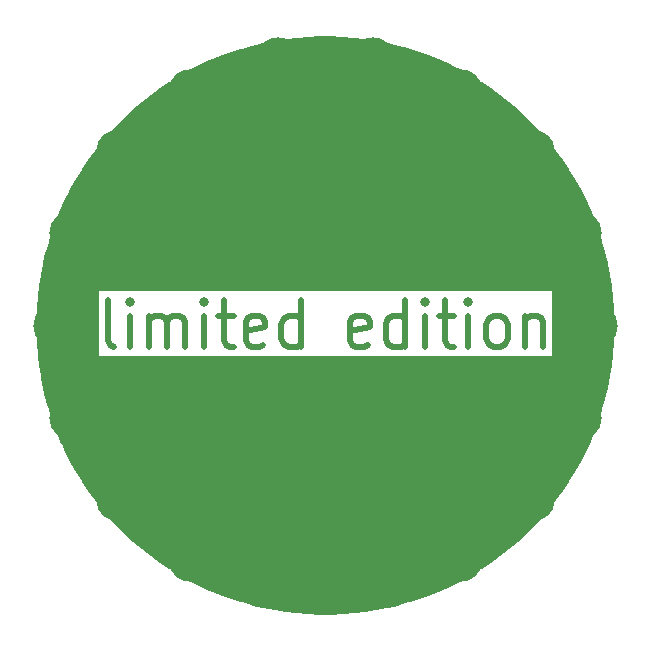
<source format=gtl>
%TF.GenerationSoftware,KiCad,Pcbnew,9.0.0*%
%TF.CreationDate,2025-02-26T13:26:55-06:00*%
%TF.ProjectId,obverse,6f627665-7273-4652-9e6b-696361645f70,rev?*%
%TF.SameCoordinates,Original*%
%TF.FileFunction,Copper,L1,Top*%
%TF.FilePolarity,Positive*%
%FSLAX46Y46*%
G04 Gerber Fmt 4.6, Leading zero omitted, Abs format (unit mm)*
G04 Created by KiCad (PCBNEW 9.0.0) date 2025-02-26 13:26:55*
%MOMM*%
%LPD*%
G01*
G04 APERTURE LIST*
%ADD10C,0.500000*%
%TA.AperFunction,NonConductor*%
%ADD11C,0.500000*%
%TD*%
%TA.AperFunction,ComponentPad*%
%ADD12C,3.500000*%
%TD*%
%TA.AperFunction,ComponentPad*%
%ADD13C,1.600000*%
%TD*%
G04 APERTURE END LIST*
D10*
D11*
X132083332Y-51824476D02*
X131749999Y-51634000D01*
X131749999Y-51634000D02*
X131583332Y-51253047D01*
X131583332Y-51253047D02*
X131583332Y-47824476D01*
X133416665Y-51824476D02*
X133416665Y-49157809D01*
X133416665Y-47824476D02*
X133249998Y-48014952D01*
X133249998Y-48014952D02*
X133416665Y-48205428D01*
X133416665Y-48205428D02*
X133583332Y-48014952D01*
X133583332Y-48014952D02*
X133416665Y-47824476D01*
X133416665Y-47824476D02*
X133416665Y-48205428D01*
X135083332Y-51824476D02*
X135083332Y-49157809D01*
X135083332Y-49538761D02*
X135249999Y-49348285D01*
X135249999Y-49348285D02*
X135583332Y-49157809D01*
X135583332Y-49157809D02*
X136083332Y-49157809D01*
X136083332Y-49157809D02*
X136416665Y-49348285D01*
X136416665Y-49348285D02*
X136583332Y-49729238D01*
X136583332Y-49729238D02*
X136583332Y-51824476D01*
X136583332Y-49729238D02*
X136749999Y-49348285D01*
X136749999Y-49348285D02*
X137083332Y-49157809D01*
X137083332Y-49157809D02*
X137583332Y-49157809D01*
X137583332Y-49157809D02*
X137916665Y-49348285D01*
X137916665Y-49348285D02*
X138083332Y-49729238D01*
X138083332Y-49729238D02*
X138083332Y-51824476D01*
X139749999Y-51824476D02*
X139749999Y-49157809D01*
X139749999Y-47824476D02*
X139583332Y-48014952D01*
X139583332Y-48014952D02*
X139749999Y-48205428D01*
X139749999Y-48205428D02*
X139916666Y-48014952D01*
X139916666Y-48014952D02*
X139749999Y-47824476D01*
X139749999Y-47824476D02*
X139749999Y-48205428D01*
X140916666Y-49157809D02*
X142249999Y-49157809D01*
X141416666Y-47824476D02*
X141416666Y-51253047D01*
X141416666Y-51253047D02*
X141583333Y-51634000D01*
X141583333Y-51634000D02*
X141916666Y-51824476D01*
X141916666Y-51824476D02*
X142249999Y-51824476D01*
X144749999Y-51634000D02*
X144416666Y-51824476D01*
X144416666Y-51824476D02*
X143749999Y-51824476D01*
X143749999Y-51824476D02*
X143416666Y-51634000D01*
X143416666Y-51634000D02*
X143249999Y-51253047D01*
X143249999Y-51253047D02*
X143249999Y-49729238D01*
X143249999Y-49729238D02*
X143416666Y-49348285D01*
X143416666Y-49348285D02*
X143749999Y-49157809D01*
X143749999Y-49157809D02*
X144416666Y-49157809D01*
X144416666Y-49157809D02*
X144749999Y-49348285D01*
X144749999Y-49348285D02*
X144916666Y-49729238D01*
X144916666Y-49729238D02*
X144916666Y-50110190D01*
X144916666Y-50110190D02*
X143249999Y-50491142D01*
X147916666Y-51824476D02*
X147916666Y-47824476D01*
X147916666Y-51634000D02*
X147583333Y-51824476D01*
X147583333Y-51824476D02*
X146916666Y-51824476D01*
X146916666Y-51824476D02*
X146583333Y-51634000D01*
X146583333Y-51634000D02*
X146416666Y-51443523D01*
X146416666Y-51443523D02*
X146249999Y-51062571D01*
X146249999Y-51062571D02*
X146249999Y-49919714D01*
X146249999Y-49919714D02*
X146416666Y-49538761D01*
X146416666Y-49538761D02*
X146583333Y-49348285D01*
X146583333Y-49348285D02*
X146916666Y-49157809D01*
X146916666Y-49157809D02*
X147583333Y-49157809D01*
X147583333Y-49157809D02*
X147916666Y-49348285D01*
X153583333Y-51634000D02*
X153250000Y-51824476D01*
X153250000Y-51824476D02*
X152583333Y-51824476D01*
X152583333Y-51824476D02*
X152250000Y-51634000D01*
X152250000Y-51634000D02*
X152083333Y-51253047D01*
X152083333Y-51253047D02*
X152083333Y-49729238D01*
X152083333Y-49729238D02*
X152250000Y-49348285D01*
X152250000Y-49348285D02*
X152583333Y-49157809D01*
X152583333Y-49157809D02*
X153250000Y-49157809D01*
X153250000Y-49157809D02*
X153583333Y-49348285D01*
X153583333Y-49348285D02*
X153750000Y-49729238D01*
X153750000Y-49729238D02*
X153750000Y-50110190D01*
X153750000Y-50110190D02*
X152083333Y-50491142D01*
X156750000Y-51824476D02*
X156750000Y-47824476D01*
X156750000Y-51634000D02*
X156416667Y-51824476D01*
X156416667Y-51824476D02*
X155750000Y-51824476D01*
X155750000Y-51824476D02*
X155416667Y-51634000D01*
X155416667Y-51634000D02*
X155250000Y-51443523D01*
X155250000Y-51443523D02*
X155083333Y-51062571D01*
X155083333Y-51062571D02*
X155083333Y-49919714D01*
X155083333Y-49919714D02*
X155250000Y-49538761D01*
X155250000Y-49538761D02*
X155416667Y-49348285D01*
X155416667Y-49348285D02*
X155750000Y-49157809D01*
X155750000Y-49157809D02*
X156416667Y-49157809D01*
X156416667Y-49157809D02*
X156750000Y-49348285D01*
X158416667Y-51824476D02*
X158416667Y-49157809D01*
X158416667Y-47824476D02*
X158250000Y-48014952D01*
X158250000Y-48014952D02*
X158416667Y-48205428D01*
X158416667Y-48205428D02*
X158583334Y-48014952D01*
X158583334Y-48014952D02*
X158416667Y-47824476D01*
X158416667Y-47824476D02*
X158416667Y-48205428D01*
X159583334Y-49157809D02*
X160916667Y-49157809D01*
X160083334Y-47824476D02*
X160083334Y-51253047D01*
X160083334Y-51253047D02*
X160250001Y-51634000D01*
X160250001Y-51634000D02*
X160583334Y-51824476D01*
X160583334Y-51824476D02*
X160916667Y-51824476D01*
X162083334Y-51824476D02*
X162083334Y-49157809D01*
X162083334Y-47824476D02*
X161916667Y-48014952D01*
X161916667Y-48014952D02*
X162083334Y-48205428D01*
X162083334Y-48205428D02*
X162250001Y-48014952D01*
X162250001Y-48014952D02*
X162083334Y-47824476D01*
X162083334Y-47824476D02*
X162083334Y-48205428D01*
X164250001Y-51824476D02*
X163916668Y-51634000D01*
X163916668Y-51634000D02*
X163750001Y-51443523D01*
X163750001Y-51443523D02*
X163583334Y-51062571D01*
X163583334Y-51062571D02*
X163583334Y-49919714D01*
X163583334Y-49919714D02*
X163750001Y-49538761D01*
X163750001Y-49538761D02*
X163916668Y-49348285D01*
X163916668Y-49348285D02*
X164250001Y-49157809D01*
X164250001Y-49157809D02*
X164750001Y-49157809D01*
X164750001Y-49157809D02*
X165083334Y-49348285D01*
X165083334Y-49348285D02*
X165250001Y-49538761D01*
X165250001Y-49538761D02*
X165416668Y-49919714D01*
X165416668Y-49919714D02*
X165416668Y-51062571D01*
X165416668Y-51062571D02*
X165250001Y-51443523D01*
X165250001Y-51443523D02*
X165083334Y-51634000D01*
X165083334Y-51634000D02*
X164750001Y-51824476D01*
X164750001Y-51824476D02*
X164250001Y-51824476D01*
X166916668Y-49157809D02*
X166916668Y-51824476D01*
X166916668Y-49538761D02*
X167083335Y-49348285D01*
X167083335Y-49348285D02*
X167416668Y-49157809D01*
X167416668Y-49157809D02*
X167916668Y-49157809D01*
X167916668Y-49157809D02*
X168250001Y-49348285D01*
X168250001Y-49348285D02*
X168416668Y-49729238D01*
X168416668Y-49729238D02*
X168416668Y-51824476D01*
D12*
%TO.P,aperture-D4,1*%
%TO.N,GND*%
X127000000Y-50000000D03*
%TD*%
%TO.P,aperture-D3,1*%
%TO.N,GND*%
X128387000Y-57866000D03*
%TD*%
%TO.P,aperture-D15,1*%
%TO.N,GND*%
X167619000Y-64784000D03*
%TD*%
D13*
%TO.P,align-o2,1*%
%TO.N,GND*%
X172200000Y-52400000D03*
%TD*%
D12*
%TO.P,aperture-D11,1*%
%TO.N,GND*%
X167619000Y-35215900D03*
%TD*%
%TO.P,aperture-D8,1*%
%TO.N,GND*%
X146006000Y-27349400D03*
%TD*%
%TO.P,aperture-D16,1*%
%TO.N,GND*%
X161500000Y-69919000D03*
%TD*%
%TO.P,aperture-D5,1*%
%TO.N,GND*%
X128387000Y-42133500D03*
%TD*%
%TO.P,aperture-D7,1*%
%TO.N,GND*%
X138500000Y-30081400D03*
%TD*%
%TO.P,aperture-D13,1*%
%TO.N,GND*%
X173000000Y-50000000D03*
%TD*%
%TO.P,aperture-D14,1*%
%TO.N,GND*%
X171613000Y-57866000D03*
%TD*%
%TO.P,aperture-D12,1*%
%TO.N,GND*%
X171613000Y-42133500D03*
%TD*%
%TO.P,aperture-D6,1*%
%TO.N,GND*%
X132381000Y-35215900D03*
%TD*%
%TO.P,aperture-D2,1*%
%TO.N,GND*%
X132381000Y-64784000D03*
%TD*%
%TO.P,aperture-D9,1*%
%TO.N,GND*%
X153994000Y-27349400D03*
%TD*%
%TO.P,aperture-D10,1*%
%TO.N,GND*%
X161500000Y-30081400D03*
%TD*%
D13*
%TO.P,align-o1,1*%
%TO.N,GND*%
X127800000Y-47300000D03*
%TD*%
D12*
%TO.P,aperture-D1,1*%
%TO.N,GND*%
X138500000Y-69919000D03*
%TD*%
%TA.AperFunction,Conductor*%
%TO.N,GND*%
G36*
X150483459Y-25505319D02*
G01*
X151439889Y-25542897D01*
X151444681Y-25543179D01*
X152398977Y-25618283D01*
X152403740Y-25618752D01*
X153354385Y-25731268D01*
X153359113Y-25731922D01*
X154304537Y-25881663D01*
X154309291Y-25882512D01*
X155248086Y-26069250D01*
X155252803Y-26070284D01*
X156183589Y-26293747D01*
X156188240Y-26294961D01*
X157040011Y-26535185D01*
X157109478Y-26554777D01*
X157114137Y-26556190D01*
X158024475Y-26851976D01*
X158029024Y-26853553D01*
X158927083Y-27184865D01*
X158931590Y-27186629D01*
X159815913Y-27552928D01*
X159820329Y-27554859D01*
X160381226Y-27813436D01*
X160689597Y-27955598D01*
X160693978Y-27957723D01*
X160768318Y-27995601D01*
X161546821Y-28392268D01*
X161551104Y-28394558D01*
X162386242Y-28862258D01*
X162390443Y-28864720D01*
X163206538Y-29364824D01*
X163210639Y-29367449D01*
X164006500Y-29899226D01*
X164010494Y-29902010D01*
X164784842Y-30464607D01*
X164788725Y-30467546D01*
X165540405Y-31060122D01*
X165544169Y-31063211D01*
X166272020Y-31684855D01*
X166275630Y-31688063D01*
X166961980Y-32322518D01*
X166978508Y-32337796D01*
X166982018Y-32341171D01*
X167658828Y-33017981D01*
X167662203Y-33021491D01*
X168311923Y-33724354D01*
X168315157Y-33727993D01*
X168936788Y-34455830D01*
X168939877Y-34459594D01*
X169532453Y-35211274D01*
X169535392Y-35215157D01*
X170097989Y-35989505D01*
X170100773Y-35993499D01*
X170632550Y-36789360D01*
X170635175Y-36793461D01*
X171135279Y-37609556D01*
X171137741Y-37613757D01*
X171605441Y-38448895D01*
X171607737Y-38453189D01*
X172042276Y-39306021D01*
X172044401Y-39310402D01*
X172445130Y-40179648D01*
X172447081Y-40184109D01*
X172813364Y-41068396D01*
X172815139Y-41072930D01*
X173146437Y-41970950D01*
X173148032Y-41975551D01*
X173443809Y-42885862D01*
X173445222Y-42890521D01*
X173705030Y-43811729D01*
X173706260Y-43816441D01*
X173929710Y-44747177D01*
X173930753Y-44751933D01*
X174117483Y-45690688D01*
X174118339Y-45695481D01*
X174268073Y-46640863D01*
X174268737Y-46645657D01*
X174381240Y-47596192D01*
X174381717Y-47601038D01*
X174456818Y-48555284D01*
X174457104Y-48560145D01*
X174494681Y-49516540D01*
X174494777Y-49521408D01*
X174494777Y-50478591D01*
X174494681Y-50483459D01*
X174457104Y-51439854D01*
X174456818Y-51444715D01*
X174381717Y-52398961D01*
X174381241Y-52403791D01*
X174359888Y-52584212D01*
X174268741Y-53354313D01*
X174268073Y-53359136D01*
X174118339Y-54304518D01*
X174117483Y-54309311D01*
X173930753Y-55248066D01*
X173929710Y-55252822D01*
X173706260Y-56183558D01*
X173705030Y-56188270D01*
X173445222Y-57109478D01*
X173443809Y-57114137D01*
X173148032Y-58024448D01*
X173146437Y-58029049D01*
X172815139Y-58927069D01*
X172813364Y-58931603D01*
X172447081Y-59815890D01*
X172445130Y-59820351D01*
X172044401Y-60689597D01*
X172042276Y-60693978D01*
X171607737Y-61546810D01*
X171605441Y-61551104D01*
X171137741Y-62386242D01*
X171135279Y-62390443D01*
X170635175Y-63206538D01*
X170632550Y-63210639D01*
X170100773Y-64006500D01*
X170097989Y-64010494D01*
X169535392Y-64784842D01*
X169532453Y-64788725D01*
X168939877Y-65540405D01*
X168936788Y-65544169D01*
X168315157Y-66272006D01*
X168311923Y-66275645D01*
X167662203Y-66978508D01*
X167658828Y-66982018D01*
X166982018Y-67658828D01*
X166978508Y-67662203D01*
X166275645Y-68311923D01*
X166272006Y-68315157D01*
X165544169Y-68936788D01*
X165540405Y-68939877D01*
X164788725Y-69532453D01*
X164784842Y-69535392D01*
X164010494Y-70097989D01*
X164006500Y-70100773D01*
X163210639Y-70632550D01*
X163206538Y-70635175D01*
X162390443Y-71135279D01*
X162386242Y-71137741D01*
X161551104Y-71605441D01*
X161546810Y-71607737D01*
X160693978Y-72042276D01*
X160689597Y-72044401D01*
X159820351Y-72445130D01*
X159815890Y-72447081D01*
X158931603Y-72813364D01*
X158927069Y-72815139D01*
X158029049Y-73146437D01*
X158024448Y-73148032D01*
X157114137Y-73443809D01*
X157109478Y-73445222D01*
X156188270Y-73705030D01*
X156183558Y-73706260D01*
X155252822Y-73929710D01*
X155248066Y-73930753D01*
X154309311Y-74117483D01*
X154304518Y-74118339D01*
X153359136Y-74268073D01*
X153354335Y-74268737D01*
X152403791Y-74381241D01*
X152398961Y-74381717D01*
X151444715Y-74456818D01*
X151439854Y-74457104D01*
X150483459Y-74494681D01*
X150478591Y-74494777D01*
X149521409Y-74494777D01*
X149516541Y-74494681D01*
X148560145Y-74457104D01*
X148555284Y-74456818D01*
X147601038Y-74381717D01*
X147596213Y-74381242D01*
X146645657Y-74268737D01*
X146640863Y-74268073D01*
X145695481Y-74118339D01*
X145690688Y-74117483D01*
X144751933Y-73930753D01*
X144747177Y-73929710D01*
X143816441Y-73706260D01*
X143811729Y-73705030D01*
X142890521Y-73445222D01*
X142885862Y-73443809D01*
X141975551Y-73148032D01*
X141970950Y-73146437D01*
X141072930Y-72815139D01*
X141068396Y-72813364D01*
X140184109Y-72447081D01*
X140179648Y-72445130D01*
X139310402Y-72044401D01*
X139306021Y-72042276D01*
X138453189Y-71607737D01*
X138448895Y-71605441D01*
X137613757Y-71137741D01*
X137609556Y-71135279D01*
X136793461Y-70635175D01*
X136789360Y-70632550D01*
X135993499Y-70100773D01*
X135989505Y-70097989D01*
X135215157Y-69535392D01*
X135211274Y-69532453D01*
X134459594Y-68939877D01*
X134455830Y-68936788D01*
X134166276Y-68689485D01*
X133727982Y-68315147D01*
X133724354Y-68311923D01*
X133021491Y-67662203D01*
X133017981Y-67658828D01*
X132341171Y-66982018D01*
X132337796Y-66978508D01*
X132304081Y-66942035D01*
X131688063Y-66275630D01*
X131684855Y-66272020D01*
X131063211Y-65544169D01*
X131060122Y-65540405D01*
X130467546Y-64788725D01*
X130464607Y-64784842D01*
X129902010Y-64010494D01*
X129899226Y-64006500D01*
X129367449Y-63210639D01*
X129364824Y-63206538D01*
X128864720Y-62390443D01*
X128862258Y-62386242D01*
X128394558Y-61551104D01*
X128392262Y-61546810D01*
X127957723Y-60693978D01*
X127955598Y-60689597D01*
X127739694Y-60221266D01*
X127554859Y-59820329D01*
X127552928Y-59815913D01*
X127186629Y-58931590D01*
X127184860Y-58927069D01*
X126974308Y-58356344D01*
X126853553Y-58029024D01*
X126851976Y-58024475D01*
X126556190Y-57114137D01*
X126554777Y-57109478D01*
X126365937Y-56439903D01*
X126294961Y-56188240D01*
X126293747Y-56183589D01*
X126070284Y-55252803D01*
X126069246Y-55248066D01*
X125917215Y-54483757D01*
X125882512Y-54309291D01*
X125881660Y-54304518D01*
X125731926Y-53359136D01*
X125731268Y-53354385D01*
X125640112Y-52584212D01*
X130826901Y-52584212D01*
X169173099Y-52584212D01*
X169173099Y-47066232D01*
X130826901Y-47066232D01*
X130826901Y-52584212D01*
X125640112Y-52584212D01*
X125618752Y-52403740D01*
X125618282Y-52398961D01*
X125543179Y-51444681D01*
X125542897Y-51439889D01*
X125505319Y-50483459D01*
X125505223Y-50478591D01*
X125505223Y-49521408D01*
X125505319Y-49516540D01*
X125505999Y-49499235D01*
X125542897Y-48560107D01*
X125543178Y-48555321D01*
X125618284Y-47601017D01*
X125618760Y-47596192D01*
X125731268Y-46645614D01*
X125731921Y-46640893D01*
X125881664Y-45695453D01*
X125882510Y-45690717D01*
X126069252Y-44751903D01*
X126070282Y-44747207D01*
X126293750Y-43816398D01*
X126294957Y-43811771D01*
X126554780Y-42890510D01*
X126556190Y-42885862D01*
X126650317Y-42596169D01*
X126851981Y-41975509D01*
X126853547Y-41970991D01*
X127184872Y-41072898D01*
X127186622Y-41068427D01*
X127552935Y-40184067D01*
X127554850Y-40179689D01*
X127955601Y-39310394D01*
X127957723Y-39306021D01*
X128180294Y-38869201D01*
X128392279Y-38453157D01*
X128394558Y-38448895D01*
X128862258Y-37613757D01*
X128864720Y-37609556D01*
X129364832Y-36793447D01*
X129367449Y-36789360D01*
X129899240Y-35993477D01*
X129901994Y-35989526D01*
X130464615Y-35215145D01*
X130467546Y-35211274D01*
X130944662Y-34606055D01*
X131060139Y-34459572D01*
X131063192Y-34455852D01*
X131684877Y-33727953D01*
X131688040Y-33724394D01*
X132337820Y-33021465D01*
X132341146Y-33018007D01*
X133018007Y-32341146D01*
X133021465Y-32337820D01*
X133724394Y-31688040D01*
X133727953Y-31684877D01*
X134455852Y-31063192D01*
X134459572Y-31060139D01*
X135211285Y-30467537D01*
X135215157Y-30464607D01*
X135989526Y-29901994D01*
X135993477Y-29899240D01*
X136789373Y-29367440D01*
X136793447Y-29364832D01*
X137609569Y-28864711D01*
X137613757Y-28862258D01*
X138448895Y-28394558D01*
X138453157Y-28392279D01*
X139306028Y-27957719D01*
X139310402Y-27955598D01*
X140179689Y-27554850D01*
X140184067Y-27552935D01*
X141068427Y-27186622D01*
X141072898Y-27184872D01*
X141970991Y-26853547D01*
X141975509Y-26851981D01*
X142885873Y-26556186D01*
X142890510Y-26554780D01*
X143811771Y-26294957D01*
X143816398Y-26293750D01*
X144747207Y-26070282D01*
X144751903Y-26069252D01*
X145690717Y-25882510D01*
X145695453Y-25881664D01*
X146640893Y-25731921D01*
X146645607Y-25731268D01*
X147596264Y-25618751D01*
X147601017Y-25618284D01*
X148555321Y-25543178D01*
X148560107Y-25542897D01*
X149516541Y-25505319D01*
X149521409Y-25505223D01*
X150478591Y-25505223D01*
X150483459Y-25505319D01*
G37*
%TD.AperFunction*%
%TD*%
M02*

</source>
